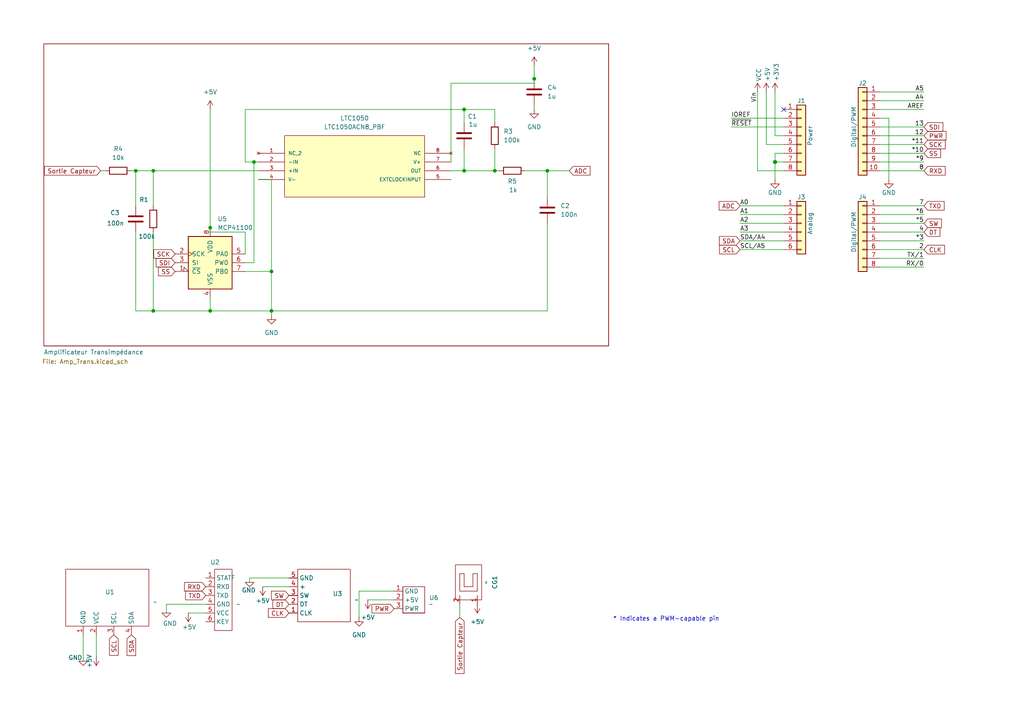
<source format=kicad_sch>
(kicad_sch (version 20250114) (generator "eeschema") (generator_version "9.0")
  (paper "A4")
  (title_block (date "mar. 31 mars 2015"))
  (lib_symbols
    (symbol "+5V_1" (power) (pin_numbers (hide yes)) (pin_names (offset 0) (hide yes))
      (property "Value" "+5V" (at 0 3.556 0))
      (symbol "+5V_1_0_1"
        (polyline (pts (xy -0.762 1.27) (xy 0 2.54)))
        (polyline (pts (xy 0 2.54) (xy 0.762 1.27)))
        (polyline (pts (xy 0 0) (xy 0 2.54)))
      )
      (symbol "+5V_1_1_1"
        (pin power_in line (at 0 0 90) (length 0) (name "~") (number "1"))
      )
    )
    (symbol "+5V_2" (power) (pin_numbers (hide yes)) (pin_names (offset 0) (hide yes))
      (property "Value" "+5V" (at 0 3.556 0))
      (symbol "+5V_2_0_1"
        (polyline (pts (xy -0.762 1.27) (xy 0 2.54)))
        (polyline (pts (xy 0 2.54) (xy 0.762 1.27)))
        (polyline (pts (xy 0 0) (xy 0 2.54)))
      )
      (symbol "+5V_2_1_1"
        (pin power_in line (at 0 0 90) (length 0) (name "~") (number "1"))
      )
    )
    (symbol "Connector_Generic:Conn_01x06" (pin_names (offset 1.016) (hide yes))
      (property "Reference" "J" (at 0 7.62 0))
      (property "Value" "Conn_01x06" (at 0 -10.16 0))
      (symbol "Conn_01x06_1_1"
        (rectangle (start -1.27 6.35) (end 1.27 -8.89) (stroke (width 0.254)) (fill (type background)))
        (rectangle (start -1.27 5.207) (end 0 4.953) (stroke (width 0.1524)))
        (rectangle (start -1.27 2.667) (end 0 2.413) (stroke (width 0.1524)))
        (rectangle (start -1.27 0.127) (end 0 -0.127) (stroke (width 0.1524)))
        (rectangle (start -1.27 -2.413) (end 0 -2.667) (stroke (width 0.1524)))
        (rectangle (start -1.27 -4.953) (end 0 -5.207) (stroke (width 0.1524)))
        (rectangle (start -1.27 -7.493) (end 0 -7.747) (stroke (width 0.1524)))
        (pin passive line (at -5.08 5.08 0) (length 3.81) (name "Pin_1") (number "1"))
        (pin passive line (at -5.08 2.54 0) (length 3.81) (name "Pin_2") (number "2"))
        (pin passive line (at -5.08 0 0) (length 3.81) (name "Pin_3") (number "3"))
        (pin passive line (at -5.08 -2.54 0) (length 3.81) (name "Pin_4") (number "4"))
        (pin passive line (at -5.08 -5.08 0) (length 3.81) (name "Pin_5") (number "5"))
        (pin passive line (at -5.08 -7.62 0) (length 3.81) (name "Pin_6") (number "6"))
      )
    )
    (symbol "Connector_Generic:Conn_01x08" (pin_names (offset 1.016) (hide yes))
      (property "Reference" "J" (at 0 10.16 0))
      (property "Value" "Conn_01x08" (at 0 -12.7 0))
      (symbol "Conn_01x08_1_1"
        (rectangle (start -1.27 8.89) (end 1.27 -11.43) (stroke (width 0.254)) (fill (type background)))
        (rectangle (start -1.27 7.747) (end 0 7.493) (stroke (width 0.1524)))
        (rectangle (start -1.27 5.207) (end 0 4.953) (stroke (width 0.1524)))
        (rectangle (start -1.27 2.667) (end 0 2.413) (stroke (width 0.1524)))
        (rectangle (start -1.27 0.127) (end 0 -0.127) (stroke (width 0.1524)))
        (rectangle (start -1.27 -2.413) (end 0 -2.667) (stroke (width 0.1524)))
        (rectangle (start -1.27 -4.953) (end 0 -5.207) (stroke (width 0.1524)))
        (rectangle (start -1.27 -7.493) (end 0 -7.747) (stroke (width 0.1524)))
        (rectangle (start -1.27 -10.033) (end 0 -10.287) (stroke (width 0.1524)))
        (pin passive line (at -5.08 7.62 0) (length 3.81) (name "Pin_1") (number "1"))
        (pin passive line (at -5.08 5.08 0) (length 3.81) (name "Pin_2") (number "2"))
        (pin passive line (at -5.08 2.54 0) (length 3.81) (name "Pin_3") (number "3"))
        (pin passive line (at -5.08 0 0) (length 3.81) (name "Pin_4") (number "4"))
        (pin passive line (at -5.08 -2.54 0) (length 3.81) (name "Pin_5") (number "5"))
        (pin passive line (at -5.08 -5.08 0) (length 3.81) (name "Pin_6") (number "6"))
        (pin passive line (at -5.08 -7.62 0) (length 3.81) (name "Pin_7") (number "7"))
        (pin passive line (at -5.08 -10.16 0) (length 3.81) (name "Pin_8") (number "8"))
      )
    )
    (symbol "Connector_Generic:Conn_01x10" (pin_names (offset 1.016) (hide yes))
      (property "Reference" "J" (at 0 12.7 0))
      (property "Value" "Conn_01x10" (at 0 -15.24 0))
      (symbol "Conn_01x10_1_1"
        (rectangle (start -1.27 11.43) (end 1.27 -13.97) (stroke (width 0.254)) (fill (type background)))
        (rectangle (start -1.27 10.287) (end 0 10.033) (stroke (width 0.1524)))
        (rectangle (start -1.27 7.747) (end 0 7.493) (stroke (width 0.1524)))
        (rectangle (start -1.27 5.207) (end 0 4.953) (stroke (width 0.1524)))
        (rectangle (start -1.27 2.667) (end 0 2.413) (stroke (width 0.1524)))
        (rectangle (start -1.27 0.127) (end 0 -0.127) (stroke (width 0.1524)))
        (rectangle (start -1.27 -2.413) (end 0 -2.667) (stroke (width 0.1524)))
        (rectangle (start -1.27 -4.953) (end 0 -5.207) (stroke (width 0.1524)))
        (rectangle (start -1.27 -7.493) (end 0 -7.747) (stroke (width 0.1524)))
        (rectangle (start -1.27 -10.033) (end 0 -10.287) (stroke (width 0.1524)))
        (rectangle (start -1.27 -12.573) (end 0 -12.827) (stroke (width 0.1524)))
        (pin passive line (at -5.08 10.16 0) (length 3.81) (name "Pin_1") (number "1"))
        (pin passive line (at -5.08 7.62 0) (length 3.81) (name "Pin_2") (number "2"))
        (pin passive line (at -5.08 5.08 0) (length 3.81) (name "Pin_3") (number "3"))
        (pin passive line (at -5.08 2.54 0) (length 3.81) (name "Pin_4") (number "4"))
        (pin passive line (at -5.08 0 0) (length 3.81) (name "Pin_5") (number "5"))
        (pin passive line (at -5.08 -2.54 0) (length 3.81) (name "Pin_6") (number "6"))
        (pin passive line (at -5.08 -5.08 0) (length 3.81) (name "Pin_7") (number "7"))
        (pin passive line (at -5.08 -7.62 0) (length 3.81) (name "Pin_8") (number "8"))
        (pin passive line (at -5.08 -10.16 0) (length 3.81) (name "Pin_9") (number "9"))
        (pin passive line (at -5.08 -12.7 0) (length 3.81) (name "Pin_10") (number "10"))
      )
    )
    (symbol "Device:C" (pin_numbers (hide yes)) (pin_names (offset 0.254))
      (property "Reference" "C" (at 0.635 2.54 0))
      (property "Value" "C" (at 0.635 -2.54 0))
      (symbol "C_0_1"
        (polyline (pts (xy -2.032 0.762) (xy 2.032 0.762)) (stroke (width 0.508)))
        (polyline (pts (xy -2.032 -0.762) (xy 2.032 -0.762)) (stroke (width 0.508)))
      )
      (symbol "C_1_1"
        (pin passive line (at 0 3.81 270) (length 2.794) (name "~") (number "1"))
        (pin passive line (at 0 -3.81 90) (length 2.794) (name "~") (number "2"))
      )
    )
    (symbol "Device:R" (pin_numbers (hide yes)) (pin_names (offset 0))
      (property "Reference" "R" (at 2.032 0 90))
      (property "Value" "R" (at 0 0 90))
      (symbol "R_0_1"
        (rectangle (start -1.016 -2.54) (end 1.016 2.54) (stroke (width 0.254)))
      )
      (symbol "R_1_1"
        (pin passive line (at 0 3.81 270) (length 1.27) (name "~") (number "1"))
        (pin passive line (at 0 -3.81 90) (length 1.27) (name "~") (number "2"))
      )
    )
    (symbol "GND_1" (power) (pin_numbers (hide yes)) (pin_names (offset 0) (hide yes))
      (property "Value" "GND" (at 0 -3.81 0))
      (symbol "GND_1_0_1"
        (polyline (pts (xy 0 0) (xy 0 -1.27) (xy 1.27 -1.27) (xy 0 -2.54) (xy -1.27 -1.27) (xy 0 -1.27)))
      )
      (symbol "GND_1_1_1"
        (pin power_in line (at 0 0 270) (length 0) (name "~") (number "1"))
      )
    )
    (symbol "LTC1050ACN8_PBF:LTC1050ACN8_PBF" (pin_names (offset 1.016))
      (property "Reference" "U" (at 23.2285 9.1237 0))
      (property "Value" "LTC1050ACN8_PBF" (at 22.6204 6.5902 0))
      (symbol "LTC1050ACN8_PBF_0_0"
        (rectangle (start 7.62 -12.7) (end 48.26 5.08) (stroke (width 0.1524)) (fill (type background)))
        (pin no_connect line (at 0 0 0) (length 7.62) (name "NC_2") (number "1"))
        (pin input line (at 0 -2.54 0) (length 7.62) (name "-IN") (number "2"))
        (pin input line (at 0 -5.08 0) (length 7.62) (name "+IN") (number "3"))
        (pin power_in line (at 0 -7.62 0) (length 7.62) (name "V-") (number "4"))
        (pin no_connect line (at 55.88 0 180) (length 7.62) (name "NC") (number "8"))
        (pin power_in line (at 55.88 -2.54 180) (length 7.62) (name "V+") (number "7"))
        (pin output line (at 55.88 -5.08 180) (length 7.62) (name "OUT") (number "6"))
        (pin input line (at 55.88 -7.62 180) (length 7.62) (name "EXTCLOCKINPUT") (number "5"))
      )
    )
    (symbol "My_Symbolic_Librairy:Capteur_graphene"
      (property "Reference" "CG" (at 0 0 0))
      (symbol "Capteur_graphene_0_1"
        (rectangle (start -6.35 3.81) (end 3.81 -3.81))
        (polyline (pts (xy -3.81 2.54) (xy 1.27 2.54) (xy 1.27 -2.54) (xy -3.81 -2.54) (xy -3.81 -1.27) (xy 0 -1.27) (xy 0 1.27) (xy -3.81 1.27) (xy -3.81 2.54)))
      )
      (symbol "Capteur_graphene_1_1"
        (pin input line (at 5.08 2.54 180) (length 2.54) (name "") (number "1"))
        (pin input line (at 5.08 -2.54 180) (length 2.54) (name "") (number "2"))
      )
    )
    (symbol "Potentiometer_Digital:MCP41100" (pin_names (offset 1.016))
      (property "Reference" "U" (at -6.35 8.89 0))
      (property "Value" "MCP41100" (at 1.27 8.89 0))
      (symbol "MCP41100_0_1"
        (rectangle (start -6.35 7.62) (end 6.35 -7.62) (stroke (width 0.254)) (fill (type background)))
      )
      (symbol "MCP41100_1_1"
        (pin passive clock (at -10.16 2.54 0) (length 3.81) (name "SCK") (number "2"))
        (pin input line (at -10.16 0 0) (length 3.81) (name "SI") (number "3"))
        (pin input input_low (at -10.16 -2.54 0) (length 3.81) (name "~{CS}") (number "1"))
        (pin power_in line (at 0 10.16 270) (length 2.54) (name "VDD") (number "8"))
        (pin power_in line (at 0 -10.16 90) (length 2.54) (name "VSS") (number "4"))
        (pin passive line (at 10.16 2.54 180) (length 3.81) (name "PA0") (number "5"))
        (pin passive line (at 10.16 0 180) (length 3.81) (name "PW0") (number "6"))
        (pin passive line (at 10.16 -2.54 180) (length 3.81) (name "PB0") (number "7"))
      )
    )
    (symbol "ServoHeader_1"
      (property "Reference" "U" (at 0 0 0))
      (symbol "ServoHeader_1_0_1"
        (rectangle (start -1.27 -1.27) (end -1.27 -8.89))
        (rectangle (start -1.27 -8.89) (end 5.08 -8.89))
        (rectangle (start 5.08 -8.89) (end -1.27 -1.27))
      )
      (symbol "ServoHeader_1_1_1"
        (pin power_in line (at -3.81 -2.54 0) (length 2.54) (name "GND") (number "1"))
        (pin power_in line (at -3.81 -5.08 0) (length 2.54) (name "+5V") (number "2"))
        (pin input line (at -3.81 -7.62 0) (length 2.54) (name "PWR") (number "3"))
      )
    )
    (symbol "Simulation_SPICE:0" (power) (pin_numbers (hide yes)) (pin_names (offset 0) (hide yes))
      (property "Value" "0" (at 0 -2.54 0))
      (symbol "0_0_1"
        (polyline (pts (xy -1.27 0) (xy 0 -1.27) (xy 1.27 0) (xy -1.27 0)))
      )
      (symbol "0_1_1"
        (pin power_in line (at 0 0 0) (length 0) (name "~") (number "1"))
      )
    )
    (symbol "power:+3V3" (power) (pin_names (offset 0))
      (property "Value" "+3V3" (at 0 3.556 0))
      (symbol "+3V3_0_1"
        (polyline (pts (xy -0.762 1.27) (xy 0 2.54)))
        (polyline (pts (xy 0 2.54) (xy 0.762 1.27)))
        (polyline (pts (xy 0 0) (xy 0 2.54)))
      )
      (symbol "+3V3_1_1"
        (pin power_in line (at 0 0 90) (length 0) (hide yes) (name "+3V3") (number "1"))
      )
    )
    (symbol "power:+5V" (power) (pin_names (offset 0))
      (property "Value" "+5V" (at 0 3.556 0))
      (symbol "+5V_0_1"
        (polyline (pts (xy -0.762 1.27) (xy 0 2.54)))
        (polyline (pts (xy 0 2.54) (xy 0.762 1.27)))
        (polyline (pts (xy 0 0) (xy 0 2.54)))
      )
      (symbol "+5V_1_1"
        (pin power_in line (at 0 0 90) (length 0) (hide yes) (name "+5V") (number "1"))
      )
    )
    (symbol "power:GND" (power) (pin_names (offset 0))
      (property "Value" "GND" (at 0 -3.81 0))
      (symbol "GND_0_1"
        (polyline (pts (xy 0 0) (xy 0 -1.27) (xy 1.27 -1.27) (xy 0 -2.54) (xy -1.27 -1.27) (xy 0 -1.27)))
      )
      (symbol "GND_1_1"
        (pin power_in line (at 0 0 270) (length 0) (hide yes) (name "GND") (number "1"))
      )
    )
    (symbol "power:VCC" (power) (pin_names (offset 0))
      (property "Value" "VCC" (at 0 3.81 0))
      (symbol "VCC_0_1"
        (polyline (pts (xy -0.762 1.27) (xy 0 2.54)))
        (polyline (pts (xy 0 2.54) (xy 0.762 1.27)))
        (polyline (pts (xy 0 0) (xy 0 2.54)))
      )
      (symbol "VCC_1_1"
        (pin power_in line (at 0 0 90) (length 0) (hide yes) (name "VCC") (number "1"))
      )
    )
    (symbol "symbol_library:BLUETOOTH"
      (property "Reference" "U" (at 0 0 0))
      (symbol "BLUETOOTH_0_1"
        (polyline (pts (xy -8.89 -2.54) (xy 8.89 -2.54) (xy 8.89 -7.62) (xy -8.89 -7.62) (xy -8.89 -2.54)))
      )
      (symbol "BLUETOOTH_1_1"
        (pin input line (at -6.35 0 270) (length 2.54) (name "KEY") (number "6"))
        (pin input line (at -3.81 0 270) (length 2.54) (name "VCC") (number "5"))
        (pin input line (at -1.27 0 270) (length 2.54) (name "GND") (number "4"))
        (pin input line (at 1.27 0 270) (length 2.54) (name "TXD") (number "3"))
        (pin input line (at 3.81 0 270) (length 2.54) (name "RXD") (number "2"))
        (pin input line (at 6.35 0 270) (length 2.54) (name "STATF") (number "1"))
      )
    )
    (symbol "symbol_library:ENCODEUR_ROTATION"
      (property "Reference" "U" (at 0 0 0))
      (symbol "ENCODEUR_ROTATION_0_1"
        (rectangle (start -7.62 -2.54) (end 7.62 -17.78))
      )
      (symbol "ENCODEUR_ROTATION_1_1"
        (pin input line (at -5.08 0 270) (length 2.54) (name "CLK") (number "1"))
        (pin input line (at -2.54 0 270) (length 2.54) (name "DT") (number "2"))
        (pin input line (at 0 0 270) (length 2.54) (name "SW") (number "3"))
        (pin input line (at 2.54 0 270) (length 2.54) (name "+") (number "4"))
        (pin input line (at 5.08 0 270) (length 2.54) (name "GND") (number "5"))
      )
    )
    (symbol "symbol_library:OLED"
      (property "Reference" "U" (at 0 0 0))
      (symbol "OLED_0_1"
        (rectangle (start -11.43 0) (end 12.7 16.51))
      )
      (symbol "OLED_1_1"
        (pin input line (at -6.35 -2.54 90) (length 2.54) (name "GND") (number "1"))
        (pin input line (at -2.54 -2.54 90) (length 2.54) (name "VCC") (number "2"))
        (pin input line (at 2.54 -2.54 90) (length 2.54) (name "SCL") (number "3"))
        (pin input line (at 7.62 -2.54 90) (length 2.54) (name "SDA") (number "4"))
      )
    )
  )
  (text "* Indicates a PWM-capable pin" (at 177.8 180.34 0) (effects (font (size 1.27 1.27)) (justify left bottom)))
  (junction (at 73.66 46.99))
  (junction (at 44.45 90.17))
  (junction (at 154.94 22.86))
  (junction (at 78.74 78.74))
  (junction (at 224.79 46.99) (diameter 1.016))
  (junction (at 39.37 49.53))
  (junction (at 143.51 49.53))
  (junction (at 134.62 31.75))
  (junction (at 158.75 49.53))
  (junction (at 78.74 90.17))
  (junction (at 44.45 49.53))
  (junction (at 60.96 90.17))
  (junction (at 60.96 66.04))
  (junction (at 134.62 49.53))
  (no_connect (at 227.33 31.75))
  (wire (pts (xy 255.27 77.47) (xy 267.97 77.47)))
  (wire (pts (xy 44.45 49.53) (xy 74.93 49.53)))
  (wire (pts (xy 143.51 35.56) (xy 143.51 31.75)))
  (wire (pts (xy 154.94 31.75) (xy 154.94 30.48)))
  (wire (pts (xy 104.14 179.07) (xy 104.14 171.45)))
  (wire (pts (xy 104.14 171.45) (xy 114.3 171.45)))
  (wire (pts (xy 60.96 90.17) (xy 78.74 90.17)))
  (wire (pts (xy 255.27 26.67) (xy 267.97 26.67)))
  (wire (pts (xy 71.12 76.2) (xy 73.66 76.2)))
  (wire (pts (xy 224.79 44.45) (xy 224.79 46.99)))
  (wire (pts (xy 78.74 90.17) (xy 158.75 90.17)))
  (wire (pts (xy 214.63 72.39) (xy 227.33 72.39)))
  (wire (pts (xy 106.68 173.99) (xy 114.3 173.99)))
  (wire (pts (xy 39.37 49.53) (xy 38.1 49.53)))
  (wire (pts (xy 224.79 46.99) (xy 224.79 52.07)))
  (wire (pts (xy 134.62 43.18) (xy 134.62 49.53)))
  (wire (pts (xy 143.51 43.18) (xy 143.51 49.53)))
  (wire (pts (xy 224.79 39.37) (xy 227.33 39.37)))
  (wire (pts (xy 44.45 90.17) (xy 60.96 90.17)))
  (wire (pts (xy 78.74 52.07) (xy 78.74 78.74)))
  (wire (pts (xy 143.51 49.53) (xy 144.78 49.53)))
  (wire (pts (xy 222.25 41.91) (xy 227.33 41.91)))
  (wire (pts (xy 158.75 49.53) (xy 158.75 57.15)))
  (wire (pts (xy 27.94 184.15) (xy 27.94 190.5)))
  (wire (pts (xy 222.25 26.67) (xy 222.25 41.91)))
  (wire (pts (xy 78.74 90.17) (xy 78.74 91.44)))
  (wire (pts (xy 71.12 31.75) (xy 71.12 46.99)))
  (wire (pts (xy 133.35 175.26) (xy 133.35 179.07)))
  (wire (pts (xy 59.69 177.8) (xy 54.61 177.8)))
  (wire (pts (xy 255.27 36.83) (xy 267.97 36.83)))
  (wire (pts (xy 224.79 26.67) (xy 224.79 39.37)))
  (wire (pts (xy 255.27 59.69) (xy 267.97 59.69)))
  (wire (pts (xy 227.33 59.69) (xy 214.63 59.69)))
  (wire (pts (xy 255.27 39.37) (xy 267.97 39.37)))
  (wire (pts (xy 39.37 67.31) (xy 39.37 90.17)))
  (wire (pts (xy 255.27 41.91) (xy 267.97 41.91)))
  (wire (pts (xy 255.27 62.23) (xy 267.97 62.23)))
  (wire (pts (xy 39.37 90.17) (xy 44.45 90.17)))
  (wire (pts (xy 154.94 24.13) (xy 154.94 22.86)))
  (wire (pts (xy 44.45 67.31) (xy 44.45 90.17)))
  (wire (pts (xy 76.2 170.18) (xy 83.82 170.18)))
  (wire (pts (xy 74.93 46.99) (xy 73.66 46.99)))
  (wire (pts (xy 71.12 67.31) (xy 60.96 67.31)))
  (wire (pts (xy 255.27 46.99) (xy 267.97 46.99)))
  (wire (pts (xy 48.26 175.26) (xy 48.26 177.8)))
  (wire (pts (xy 154.94 19.05) (xy 154.94 22.86)))
  (wire (pts (xy 60.96 31.75) (xy 60.96 66.04)))
  (wire (pts (xy 255.27 67.31) (xy 267.97 67.31)))
  (wire (pts (xy 158.75 49.53) (xy 165.1 49.53)))
  (wire (pts (xy 73.66 76.2) (xy 73.66 46.99)))
  (wire (pts (xy 134.62 31.75) (xy 71.12 31.75)))
  (wire (pts (xy 212.09 34.29) (xy 227.33 34.29)))
  (wire (pts (xy 257.81 34.29) (xy 257.81 52.07)))
  (wire (pts (xy 73.66 46.99) (xy 71.12 46.99)))
  (wire (pts (xy 130.81 46.99) (xy 130.81 24.13)))
  (wire (pts (xy 134.62 31.75) (xy 143.51 31.75)))
  (wire (pts (xy 78.74 90.17) (xy 78.74 78.74)))
  (wire (pts (xy 255.27 31.75) (xy 267.97 31.75)))
  (wire (pts (xy 44.45 49.53) (xy 44.45 59.69)))
  (wire (pts (xy 60.96 67.31) (xy 60.96 66.04)))
  (wire (pts (xy 227.33 64.77) (xy 214.63 64.77)))
  (wire (pts (xy 212.09 36.83) (xy 227.33 36.83)))
  (wire (pts (xy 227.33 46.99) (xy 224.79 46.99)))
  (wire (pts (xy 71.12 73.66) (xy 71.12 67.31)))
  (wire (pts (xy 134.62 49.53) (xy 143.51 49.53)))
  (wire (pts (xy 39.37 49.53) (xy 39.37 59.69)))
  (wire (pts (xy 227.33 49.53) (xy 219.71 49.53)))
  (wire (pts (xy 60.96 86.36) (xy 60.96 90.17)))
  (wire (pts (xy 214.63 62.23) (xy 227.33 62.23)))
  (wire (pts (xy 255.27 44.45) (xy 267.97 44.45)))
  (wire (pts (xy 255.27 34.29) (xy 257.81 34.29)))
  (wire (pts (xy 227.33 44.45) (xy 224.79 44.45)))
  (wire (pts (xy 134.62 35.56) (xy 134.62 31.75)))
  (wire (pts (xy 255.27 64.77) (xy 267.97 64.77)))
  (wire (pts (xy 72.39 167.64) (xy 83.82 167.64)))
  (wire (pts (xy 214.63 67.31) (xy 227.33 67.31)))
  (wire (pts (xy 59.69 175.26) (xy 48.26 175.26)))
  (wire (pts (xy 130.81 24.13) (xy 154.94 24.13)))
  (wire (pts (xy 72.39 167.64) (xy 72.39 168.91)))
  (wire (pts (xy 255.27 29.21) (xy 267.97 29.21)))
  (wire (pts (xy 255.27 72.39) (xy 267.97 72.39)))
  (wire (pts (xy 255.27 69.85) (xy 267.97 69.85)))
  (wire (pts (xy 78.74 52.07) (xy 74.93 52.07)))
  (wire (pts (xy 30.48 49.53) (xy 29.21 49.53)))
  (wire (pts (xy 71.12 78.74) (xy 78.74 78.74)))
  (wire (pts (xy 130.81 49.53) (xy 134.62 49.53)))
  (wire (pts (xy 152.4 49.53) (xy 158.75 49.53)))
  (wire (pts (xy 24.13 191.77) (xy 24.13 184.15)))
  (wire (pts (xy 158.75 90.17) (xy 158.75 64.77)))
  (wire (pts (xy 255.27 74.93) (xy 267.97 74.93)))
  (wire (pts (xy 219.71 49.53) (xy 219.71 26.67)))
  (wire (pts (xy 39.37 49.53) (xy 44.45 49.53)))
  (wire (pts (xy 227.33 69.85) (xy 214.63 69.85)))
  (wire (pts (xy 255.27 49.53) (xy 267.97 49.53)))
  (label "RX{slash}0" (at 267.97 77.47 180))
  (label "A2" (at 214.63 64.77 0))
  (label "4" (at 267.97 67.31 180))
  (label "2" (at 267.97 72.39 180))
  (label "A3" (at 214.63 67.31 0))
  (label "13" (at 267.97 36.83 180))
  (label "12" (at 267.97 39.37 180))
  (label "~{RESET}" (at 212.09 36.83 0))
  (label "*10" (at 267.97 44.45 180))
  (label "7" (at 267.97 59.69 180))
  (label "A4" (at 267.97 29.21 180))
  (label "8" (at 267.97 49.53 180))
  (label "*11" (at 267.97 41.91 180))
  (label "*3" (at 267.97 69.85 180))
  (label "A1" (at 214.63 62.23 0))
  (label "TX{slash}1" (at 267.97 74.93 180))
  (label "A0" (at 214.63 59.69 0))
  (label "AREF" (at 267.97 31.75 180))
  (label "Vin" (at 219.71 26.67 270))
  (label "*6" (at 267.97 62.23 180))
  (label "A5" (at 267.97 26.67 180))
  (label "*9" (at 267.97 46.99 180))
  (label "*5" (at 267.97 64.77 180))
  (label "IOREF" (at 212.09 34.29 0))
  (label "SDA{slash}A4" (at 214.63 69.85 0))
  (label "SCL{slash}A5" (at 214.63 72.39 0))
  (global_label "SS" (shape input) (at 267.97 44.45 0) (property "Intersheetrefs" "${INTERSHEET_REFS}" (effects (hide yes))))
  (global_label "SDI" (shape input) (at 50.8 76.2 180) (property "Intersheetrefs" "${INTERSHEET_REFS}" (effects (hide yes))))
  (global_label "RXD" (shape input) (at 267.97 49.53 0) (property "Intersheetrefs" "${INTERSHEET_REFS}" (effects (hide yes))))
  (global_label "SDA" (shape input) (at 214.63 69.85 180) (property "Intersheetrefs" "${INTERSHEET_REFS}" (effects (hide yes))))
  (global_label "Sortie Capteur" (shape input) (at 133.35 179.07 270) (property "Intersheetrefs" "${INTERSHEET_REFS}" (effects (hide yes))))
  (global_label "SCK" (shape input) (at 50.8 73.66 180) (property "Intersheetrefs" "${INTERSHEET_REFS}" (effects (hide yes))))
  (global_label "RXD" (shape input) (at 59.69 170.18 180) (property "Intersheetrefs" "${INTERSHEET_REFS}" (effects (hide yes))))
  (global_label "DT" (shape input) (at 267.97 67.31 0) (property "Intersheetrefs" "${INTERSHEET_REFS}" (effects (hide yes))))
  (global_label "Sortie Capteur" (shape input) (at 29.21 49.53 180) (property "Intersheetrefs" "${INTERSHEET_REFS}" (effects (hide yes))))
  (global_label "TXD" (shape input) (at 59.69 172.72 180) (property "Intersheetrefs" "${INTERSHEET_REFS}" (effects (hide yes))))
  (global_label "SS" (shape input) (at 50.8 78.74 180) (property "Intersheetrefs" "${INTERSHEET_REFS}" (effects (hide yes))))
  (global_label "SW" (shape input) (at 267.97 64.77 0) (property "Intersheetrefs" "${INTERSHEET_REFS}" (effects (hide yes))))
  (global_label "SDA" (shape input) (at 38.1 184.15 270) (property "Intersheetrefs" "${INTERSHEET_REFS}" (effects (hide yes))))
  (global_label "SW" (shape input) (at 83.82 172.72 180) (property "Intersheetrefs" "${INTERSHEET_REFS}" (effects (hide yes))))
  (global_label "ADC" (shape input) (at 214.63 59.69 180) (property "Intersheetrefs" "${INTERSHEET_REFS}" (effects (hide yes))))
  (global_label "DT" (shape input) (at 83.82 175.26 180) (property "Intersheetrefs" "${INTERSHEET_REFS}" (effects (hide yes))))
  (global_label "CLK" (shape input) (at 267.97 72.39 0) (property "Intersheetrefs" "${INTERSHEET_REFS}" (effects (hide yes))))
  (global_label "SCL" (shape input) (at 214.63 72.39 180) (property "Intersheetrefs" "${INTERSHEET_REFS}" (effects (hide yes))))
  (global_label "SDI" (shape input) (at 267.97 36.83 0) (property "Intersheetrefs" "${INTERSHEET_REFS}" (effects (hide yes))))
  (global_label "PWR" (shape input) (at 267.97 39.37 0) (property "Intersheetrefs" "${INTERSHEET_REFS}" (effects (hide yes))))
  (global_label "TXD" (shape input) (at 267.97 59.69 0) (property "Intersheetrefs" "${INTERSHEET_REFS}" (effects (hide yes))))
  (global_label "PWR" (shape input) (at 114.3 176.53 180) (property "Intersheetrefs" "${INTERSHEET_REFS}" (effects (hide yes))))
  (global_label "SCL" (shape input) (at 33.02 184.15 270) (property "Intersheetrefs" "${INTERSHEET_REFS}" (effects (hide yes))))
  (global_label "SCK" (shape input) (at 267.97 41.91 0) (property "Intersheetrefs" "${INTERSHEET_REFS}" (effects (hide yes))))
  (global_label "ADC" (shape input) (at 165.1 49.53 0) (property "Intersheetrefs" "${INTERSHEET_REFS}" (effects (hide yes))))
  (global_label "CLK" (shape input) (at 83.82 177.8 180) (property "Intersheetrefs" "${INTERSHEET_REFS}" (effects (hide yes))))
  (symbol (lib_id "Connector_Generic:Conn_01x08") (at 232.41 39.37 0) (unit 1)
    (property "Reference" "J1" (at 232.41 29.21 0))
    (property "Value" "Power" (at 234.95 39.37 90))
    (property "Footprint" "Connector_PinSocket_2.54mm:PinSocket_1x08_P2.54mm_Vertical" (effects (hide yes)))
  )
  (symbol (lib_id "power:+3V3") (at 224.79 26.67 0) (unit 1)
    (property "Reference" "#PWR03" (effects (hide yes)))
    (property "Value" "+3V3" (at 225.171 23.622 90) (effects (justify left)))
  )
  (symbol (lib_id "power:+5V") (at 222.25 26.67 0) (unit 1)
    (property "Reference" "#PWR02" (effects (hide yes)))
    (property "Value" "+5V" (at 222.6056 23.622 90) (effects (justify left)))
  )
  (symbol (lib_id "power:GND") (at 224.79 52.07 0) (unit 1)
    (property "Reference" "#PWR04" (effects (hide yes)))
    (property "Value" "GND" (at 224.79 55.88 0))
  )
  (symbol (lib_id "Connector_Generic:Conn_01x10") (at 250.19 36.83 0) (mirror y) (unit 1)
    (property "Reference" "J2" (at 250.19 24.13 0))
    (property "Value" "Digital/PWM" (at 247.65 36.83 90))
    (property "Footprint" "Connector_PinSocket_2.54mm:PinSocket_1x10_P2.54mm_Vertical" (effects (hide yes)))
  )
  (symbol (lib_id "power:GND") (at 257.81 52.07 0) (unit 1)
    (property "Reference" "#PWR05" (effects (hide yes)))
    (property "Value" "GND" (at 257.81 55.88 0))
  )
  (symbol (lib_id "Connector_Generic:Conn_01x06") (at 232.41 64.77 0) (unit 1)
    (property "Reference" "J3" (at 232.41 57.15 0))
    (property "Value" "Analog" (at 234.95 64.77 90))
    (property "Footprint" "Connector_PinSocket_2.54mm:PinSocket_1x06_P2.54mm_Vertical" (effects (hide yes)))
  )
  (symbol (lib_id "Connector_Generic:Conn_01x08") (at 250.19 67.31 0) (mirror y) (unit 1)
    (property "Reference" "J4" (at 250.19 57.15 0))
    (property "Value" "Digital/PWM" (at 247.65 67.31 90))
    (property "Footprint" "Connector_PinSocket_2.54mm:PinSocket_1x08_P2.54mm_Vertical" (effects (hide yes)))
  )
  (symbol (lib_name "GND_1") (lib_id "power:GND") (at 104.14 179.07 0) (unit 1)
    (property "Reference" "#PWR015" (effects (hide yes)))
    (property "Value" "GND" (at 104.14 184.15 0))
    (property "Description" "Power symbol creates a global label with name \"GND\" , ground" (effects (hide yes)))
  )
  (symbol (lib_id "Device:C") (at 154.94 26.67 180) (unit 1)
    (property "Reference" "C4" (at 158.75 25.3999 0) (effects (justify right)))
    (property "Value" "1u" (at 158.75 27.9399 0) (effects (justify right)))
    (property "Description" "Unpolarized capacitor" (effects (hide yes)))
  )
  (symbol (lib_id "power:+5V") (at 138.43 175.26 180) (unit 1)
    (property "Reference" "#PWR09" (effects (hide yes)))
    (property "Value" "+5V" (at 138.43 180.34 0))
    (property "Description" "Power symbol creates a global label with name \"+5V\"" (effects (hide yes)))
  )
  (symbol (lib_id "Device:C") (at 134.62 39.37 0) (unit 1)
    (property "Reference" "C1" (at 135.636 33.782 0) (effects (justify left)))
    (property "Value" "1u" (at 135.89 36.068 0) (effects (justify left)))
    (property "Footprint" "Capacitor_THT:C_Rect_L7.2mm_W5.5mm_P5.00mm_FKS2_FKP2_MKS2_MKP2" (effects (hide yes)))
    (property "Description" "Unpolarized capacitor" (effects (hide yes)))
  )
  (symbol (lib_id "Device:C") (at 158.75 60.96 0) (unit 1)
    (property "Reference" "C2" (at 162.56 59.6899 0) (effects (justify left)))
    (property "Value" "100n" (at 162.56 62.2299 0) (effects (justify left)))
    (property "Footprint" "Capacitor_THT:C_Disc_D3.0mm_W1.6mm_P2.50mm" (effects (hide yes)))
    (property "Description" "Unpolarized capacitor" (effects (hide yes)))
  )
  (symbol (lib_name "ServoHeader_1") (lib_id "My_Symbolic_Librairy:ServoHeader") (at 118.11 168.91 0) (unit 1)
    (property "Reference" "U6" (at 124.46 173.3549 0) (effects (justify left)))
    (property "Value" "~" (at 124.46 175.26 0) (effects (justify left)))
    (property "Footprint" "Sensor_Current:Allegro_SIP-3" (effects (hide yes)))
  )
  (symbol (lib_id "Device:R") (at 34.29 49.53 90) (unit 1)
    (property "Reference" "R4" (at 34.29 43.18 90))
    (property "Value" "10k" (at 34.29 45.72 90))
    (property "Footprint" "Resistor_THT:R_Axial_DIN0204_L3.6mm_D1.6mm_P5.08mm_Horizontal" (effects (hide yes)))
    (property "Description" "Resistor" (effects (hide yes)))
  )
  (symbol (lib_id "symbol_library:BLUETOOTH") (at 59.69 173.99 90) (unit 1)
    (property "Reference" "U2" (at 60.96 163.068 90) (effects (justify right)))
    (property "Value" "~" (at 68.58 175.26 90) (effects (justify right)))
    (property "Footprint" "emprente:BLUETOOTH2" (effects (hide yes)))
  )
  (symbol (lib_id "symbol_library:ENCODEUR_ROTATION") (at 83.82 172.72 90) (unit 1)
    (property "Reference" "U3" (at 96.52 172.212 90) (effects (justify right)))
    (property "Value" "~" (at 102.87 173.99 90) (effects (justify right)))
    (property "Footprint" "emprente:ENCODEUR ROTATION" (effects (hide yes)))
  )
  (symbol (lib_id "Simulation_SPICE:0") (at 24.13 191.77 0) (unit 1)
    (property "Reference" "#GND01" (effects (hide yes)))
    (property "Value" "GND" (at 21.844 190.754 0))
    (property "Datasheet" "https://ngspice.sourceforge.io/docs/ngspice-html-manual/manual.xhtml#subsec_Circuit_elements__device" (effects (hide yes)))
    (property "Description" "0V reference potential for simulation" (effects (hide yes)))
  )
  (symbol (lib_id "Potentiometer_Digital:MCP41100") (at 60.96 76.2 0) (unit 1)
    (property "Reference" "U5" (at 63.1033 63.5 0) (effects (justify left)))
    (property "Value" "MCP41100" (at 63.1033 66.04 0) (effects (justify left)))
    (property "Footprint" "My_footprints_Librairy:MCP4110" (effects (hide yes)))
    (property "Datasheet" "http://ww1.microchip.com/downloads/en/DeviceDoc/11195c.pdf" (effects (hide yes)))
    (property "Description" "Single Digital Potentiometer, SPI interface, 256 taps, 100 kohm" (effects (hide yes)))
  )
  (symbol (lib_id "LTC1050ACN8_PBF:LTC1050ACN8_PBF") (at 74.93 44.45 0) (unit 1)
    (property "Reference" "LTC1050" (at 102.87 34.29 0))
    (property "Value" "LTC1050ACN8_PBF" (at 102.87 36.83 0))
    (property "Footprint" "LTC1050ACN8_PBF:PDIP-8_N" (effects (hide yes)))
    (property "MF" "Analog Devices" (effects (hide yes)))
    (property "VENDOR" "Linear Technology" (effects (hide yes)))
    (property "Description_1" "LTC1050 - Precision Zero-Drift Operational Amplifier with Internal Capacitors" (effects (hide yes)))
    (property "COPYRIGHT" "Copyright C 2016 Accelerated Designs. All rights reserved" (effects (hide yes)))
    (property "Package" "PDIP-8 Linear Technology" (effects (hide yes)))
    (property "Price" "None" (effects (hide yes)))
    (property "Check_prices" "https://www.snapeda.com/parts/LTC1050ACN8%23PBF/Analog+Devices/view-part/?ref=eda" (effects (hide yes)))
    (property "SnapEDA_Link" "https://www.snapeda.com/parts/LTC1050ACN8%23PBF/Analog+Devices/view-part/?ref=snap" (effects (hide yes)))
    (property "MP" "LTC1050ACN8#PBF" (effects (hide yes)))
    (property "Availability" "In Stock" (effects (hide yes)))
    (property "MANUFACTURER_PART_NUMBER" "ltc1050acn8" (effects (hide yes)))
  )
  (symbol (lib_name "+5V_2") (lib_id "power:+5V") (at 106.68 173.99 180) (unit 1)
    (property "Reference" "#PWR014" (effects (hide yes)))
    (property "Value" "+5V" (at 106.68 179.07 0))
    (property "Description" "Power symbol creates a global label with name \"+5V\"" (effects (hide yes)))
  )
  (symbol (lib_name "+5V_1") (lib_id "power:+5V") (at 54.61 177.8 180) (unit 1)
    (property "Reference" "#PWR07" (effects (hide yes)))
    (property "Value" "+5V" (at 52.832 181.864 0) (effects (justify right)))
    (property "Description" "Power symbol creates a global label with name \"+5V\"" (effects (hide yes)))
  )
  (symbol (lib_id "power:VCC") (at 219.71 26.67 0) (unit 1)
    (property "Reference" "#PWR01" (effects (hide yes)))
    (property "Value" "VCC" (at 220.091 23.622 90) (effects (justify left)))
  )
  (symbol (lib_id "symbol_library:OLED") (at 30.48 181.61 0) (unit 1)
    (property "Reference" "U1" (at 30.48 171.704 0) (effects (justify left)))
    (property "Value" "~" (at 44.45 174.625 0) (effects (justify left)))
    (property "Footprint" "emprente:SIP-4" (effects (hide yes)))
  )
  (symbol (lib_id "Device:R") (at 143.51 39.37 180) (unit 1)
    (property "Reference" "R3" (at 146.05 38.0999 0) (effects (justify right)))
    (property "Value" "100k" (at 146.05 40.6399 0) (effects (justify right)))
    (property "Footprint" "Resistor_THT:R_Axial_DIN0204_L3.6mm_D1.6mm_P5.08mm_Horizontal" (effects (hide yes)))
    (property "Description" "Resistor" (effects (hide yes)))
  )
  (symbol (lib_id "power:+5V") (at 154.94 19.05 0) (unit 1)
    (property "Reference" "#PWR012" (effects (hide yes)))
    (property "Value" "+5V" (at 154.94 13.97 0))
    (property "Description" "Power symbol creates a global label with name \"+5V\"" (effects (hide yes)))
  )
  (symbol (lib_id "Simulation_SPICE:0") (at 48.26 177.8 0) (unit 1)
    (property "Reference" "#GND02" (effects (hide yes)))
    (property "Value" "GND" (at 47.244 180.848 0) (effects (justify left)))
    (property "Datasheet" "https://ngspice.sourceforge.io/docs/ngspice-html-manual/manual.xhtml#subsec_Circuit_elements__device" (effects (hide yes)))
    (property "Description" "0V reference potential for simulation" (effects (hide yes)))
  )
  (symbol (lib_id "Simulation_SPICE:0") (at 72.39 168.91 0) (unit 1)
    (property "Reference" "#GND03" (effects (hide yes)))
    (property "Value" "GND" (at 70.104 171.196 0) (effects (justify left)))
    (property "Datasheet" "https://ngspice.sourceforge.io/docs/ngspice-html-manual/manual.xhtml#subsec_Circuit_elements__device" (effects (hide yes)))
    (property "Description" "0V reference potential for simulation" (effects (hide yes)))
  )
  (symbol (lib_name "+5V_1") (lib_id "power:+5V") (at 76.2 170.18 180) (unit 1)
    (property "Reference" "#PWR08" (effects (hide yes)))
    (property "Value" "+5V" (at 76.2 174.244 0))
    (property "Description" "Power symbol creates a global label with name \"+5V\"" (effects (hide yes)))
  )
  (symbol (lib_id "power:GND") (at 78.74 91.44 0) (unit 1)
    (property "Reference" "#PWR010" (effects (hide yes)))
    (property "Value" "GND" (at 78.74 96.52 0))
    (property "Description" "Power symbol creates a global label with name \"GND\" , ground" (effects (hide yes)))
  )
  (symbol (lib_id "Device:R") (at 148.59 49.53 90) (unit 1)
    (property "Reference" "R5" (at 148.59 52.578 90))
    (property "Value" "1k" (at 148.844 55.118 90))
    (property "Footprint" "Resistor_THT:R_Axial_DIN0204_L3.6mm_D1.6mm_P5.08mm_Horizontal" (effects (hide yes)))
    (property "Description" "Resistor" (effects (hide yes)))
  )
  (symbol (lib_name "+5V_1") (lib_id "power:+5V") (at 27.94 190.5 180) (unit 1)
    (property "Reference" "#PWR06" (effects (hide yes)))
    (property "Value" "+5V" (at 25.908 189.738 90) (effects (justify left)))
    (property "Description" "Power symbol creates a global label with name \"+5V\"" (effects (hide yes)))
  )
  (symbol (lib_id "My_Symbolic_Librairy:Capteur_graphene") (at 135.89 170.18 270) (unit 1)
    (property "Reference" "CG1" (at 143.51 168.91 0))
    (property "Value" "~" (at 140.97 168.91 0))
    (property "Footprint" "My_footprints_Librairy:SIP-2" (effects (hide yes)))
  )
  (symbol (lib_id "Device:C") (at 39.37 63.5 180) (unit 1)
    (property "Reference" "C3" (at 32.004 61.722 0) (effects (justify right)))
    (property "Value" "100n" (at 30.988 64.77 0) (effects (justify right)))
    (property "Footprint" "Capacitor_THT:C_Disc_D3.0mm_W1.6mm_P2.50mm" (effects (hide yes)))
    (property "Description" "Unpolarized capacitor" (effects (hide yes)))
  )
  (symbol (lib_id "power:GND") (at 154.94 31.75 0) (unit 1)
    (property "Reference" "#PWR011" (effects (hide yes)))
    (property "Value" "GND" (at 154.94 36.83 0))
    (property "Description" "Power symbol creates a global label with name \"GND\" , ground" (effects (hide yes)))
  )
  (symbol (lib_id "power:+5V") (at 60.96 31.75 0) (unit 1)
    (property "Reference" "#PWR013" (effects (hide yes)))
    (property "Value" "+5V" (at 60.96 26.67 0))
    (property "Description" "Power symbol creates a global label with name \"+5V\"" (effects (hide yes)))
  )
  (symbol (lib_id "Device:R") (at 44.45 63.5 180) (unit 1)
    (property "Reference" "R1" (at 40.386 57.912 0) (effects (justify right)))
    (property "Value" "100k" (at 40.132 68.58 0) (effects (justify right)))
    (property "Footprint" "Resistor_THT:R_Axial_DIN0204_L3.6mm_D1.6mm_P5.08mm_Horizontal" (effects (hide yes)))
    (property "Description" "Resistor" (effects (hide yes)))
  )
  (sheet (at 12.7 12.7) (size 163.83 87.63) (stroke (width 0.1524))
    (property "Sheetname" "Amplificateur Transimpédance" (at 12.7 102.87 0) (effects (justify left bottom)))
    (property "Sheetfile" "Amp_Trans.kicad_sch" (at 12.192 104.14 0) (effects (justify left top)))
  )
)
</source>
